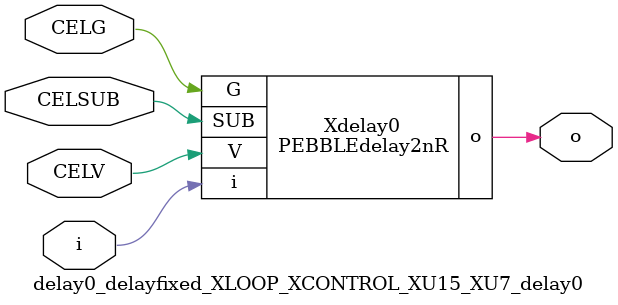
<source format=v>



module PEBBLEdelay2nR ( o, V, G, i, SUB );

  input V;
  input i;
  input G;
  output o;
  input SUB;
endmodule

//Celera Confidential Do Not Copy delay0_delayfixed_XLOOP_XCONTROL_XU15_XU7_delay0
//TYPE: fixed 2ns
module delay0_delayfixed_XLOOP_XCONTROL_XU15_XU7_delay0 (i, CELV, o,
CELG,CELSUB);
input CELV;
input i;
output o;
input CELSUB;
input CELG;

//Celera Confidential Do Not Copy delayfast0
PEBBLEdelay2nR Xdelay0(
.V (CELV),
.i (i),
.o (o),
.G (CELG),
.SUB (CELSUB)
);
//,diesize,PEBBLEdelay2nR

//Celera Confidential Do Not Copy Module End
//Celera Schematic Generator
endmodule

</source>
